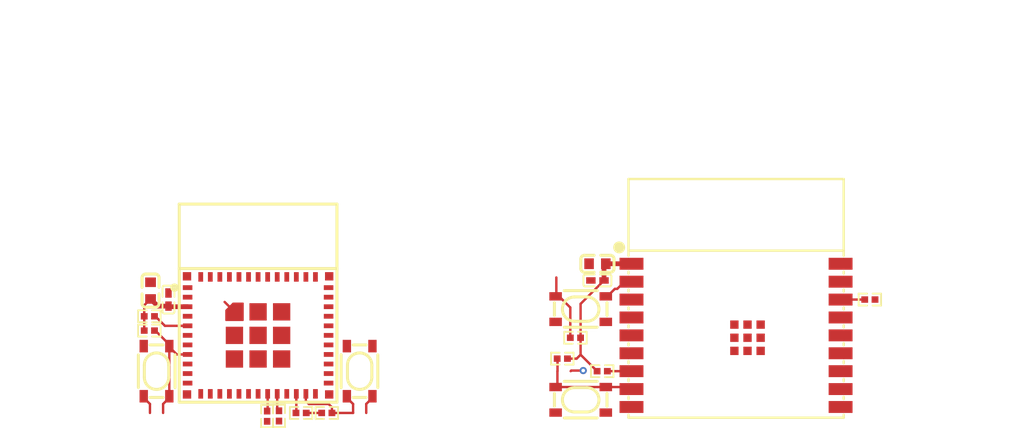
<source format=kicad_pcb>
(kicad_pcb (version 20241229) (generator "pcbnew") (generator_version "9.0")
  (layers (0 "F.Cu" signal) (2 "B.Cu" signal) (13 "F.Paste" user) (15 "B.Paste" user) (5 "F.SilkS" user "F.Silkscreen") (7 "B.SilkS" user "B.Silkscreen") (1 "F.Mask" user) (3 "B.Mask" user) (25 "Edge.Cuts" user))
  (net 0 "")
  (net 1 "wroom_module-usb_if-USB_D_P")
  (net 2 "wroom_module-uart[0]-RX")
  (net 3 "esp32_c3-net-9")
  (net 4 "esp32_c3-net-0")
  (net 5 "mini_module-gpio[9]-output")
  (net 6 "mini_module-uart[0]-TX")
  (net 7 "SCK")
  (net 8 "esp32_c3-net-13")
  (net 9 "wroom_module-jtag-N_TRST")
  (net 10 "SDA")
  (net 11 "SCL")
  (net 12 "esp32_c3-net-10")
  (net 13 "mini_module-usb_if-USB_D_N")
  (net 14 "mini_module-mspi[2]-data_3")
  (net 15 "MISO")
  (net 16 "wroom_module-mspi[2]-data_1")
  (net 17 "esp32_c3-net-6")
  (net 18 "esp32_c3-net-12")
  (net 19 "wroom_module-usb_if-USB_D_N")
  (net 20 "mini_module-uart[0]-RX")
  (net 21 "esp32_c3-net-2")
  (net 22 "esp32_c3-net-1")
  (net 23 "MOSI")
  (net 24 "wroom_module-mspi[2]-data_3")
  (net 25 "esp32_c3-net-3")
  (net 26 "wroom_module-gpio[9]-output")
  (net 27 "VCC")
  (net 28 "GND")
  (net 29 "esp32_c3-net-5")
  (net 30 "esp32_c3-net-8")
  (net 31 "mini_module-mspi[2]-data_1")
  (net 32 "esp32_c3-net-7")
  (net 33 "WS")
  (net 34 "esp32_c3-net-11")
  (net 35 "wroom_module-uart[0]-TX")
  (net 36 "esp32_c3-net-4")
  (net 37 "mini_module-usb_if-USB_D_P")
  (net 38 "mini_module-jtag-N_TRST")
  (net 39 "SD")
  (net 40 "SCLK")
  (footprint "UNI_ROYAL_0402WGF1002TCE:R0402" (layer "F.Cu") (at 81.2 -3 0)
    (property "Reference" "R7" (hide yes))
    (property "Value" "10kΩ ±1% 62.5mW" (hide yes))
    (fp_line (start -0.94 -0.5) (end -0.23 -0.5) (stroke (width 0.15)) (layer "F.SilkS"))
    (fp_line (start -0.94 0.5) (end -0.94 -0.5) (stroke (width 0.15)) (layer "F.SilkS"))
    (fp_line (start -0.23 0.5) (end -0.94 0.5) (stroke (width 0.15)) (layer "F.SilkS"))
    (fp_line (start 0.23 0.5) (end 0.94 0.5) (stroke (width 0.15)) (layer "F.SilkS"))
    (fp_line (start 0.94 -0.5) (end 0.23 -0.5) (stroke (width 0.15)) (layer "F.SilkS"))
    (fp_line (start 0.94 0.5) (end 0.94 -0.5) (stroke (width 0.15)) (layer "F.SilkS"))
    (pad "1" smd rect (at -0.43 0 0) (size 0.57 0.54) (layers "F.Cu" "F.Mask" "F.Paste") (net 16 "wroom_module-mspi[2]-data_1"))
    (pad "2" smd rect (at 0.43 0 0) (size 0.57 0.54) (layers "F.Cu" "F.Mask" "F.Paste") (net 27 "VCC"))
  )
  (footprint "ALPSALPINE_SKRPACE010:KEY-SMD_4P-L4.2-W3.2-P2.20-LS4.6" (layer "F.Cu") (at 57 5.4 180)
    (property "Reference" "SW3" (hide yes))
    (property "Value" "" (hide yes))
    (fp_line (start 2.2 -0.54) (end 2.2 0.54) (stroke (width 0.25)) (layer "F.SilkS"))
    (fp_line (start 1.37 -1.52) (end -1.37 -1.52) (stroke (width 0.25)) (layer "F.SilkS"))
    (fp_line (start -0.51 1.02) (end 0.51 1.02) (stroke (width 0.25)) (layer "F.SilkS"))
    (fp_line (start -0.51 -1.02) (end 0.51 -1.02) (stroke (width 0.25)) (layer "F.SilkS"))
    (fp_line (start -1.38 1.55) (end 1.38 1.55) (stroke (width 0.25)) (layer "F.SilkS"))
    (fp_line (start -2.2 -0.54) (end -2.2 0.54) (stroke (width 0.25)) (layer "F.SilkS"))
    (fp_arc (start 0.51 -1.02) (mid 1.53 0) (end 0.51 1.02) (stroke (width 0.25)) (layer "F.SilkS"))
    (fp_arc (start -0.51 1.02) (mid -1.53 0) (end -0.51 -1.02) (stroke (width 0.25)) (layer "F.SilkS"))
    (pad "1" smd rect (at -2.1 -1.07 180) (size 1.05 0.7) (layers "F.Cu" "F.Mask" "F.Paste") (net 28 "GND"))
    (pad "2" smd rect (at 2.1 -1.07 180) (size 1.05 0.7) (layers "F.Cu" "F.Mask" "F.Paste") (net 28 "GND"))
    (pad "3" smd rect (at -2.1 1.07 180) (size 1.05 0.7) (layers "F.Cu" "F.Mask" "F.Paste") (net 26 "wroom_module-gpio[9]-output"))
    (pad "4" smd rect (at 2.1 1.07 180) (size 1.05 0.7) (layers "F.Cu" "F.Mask" "F.Paste") (net 26 "wroom_module-gpio[9]-output"))
  )
  (footprint "Espressif_Systems_ESP32_C3_WROOM_02_H4:WIFIM-SMD_18P-L20.0-W18.0-P1.50" (layer "F.Cu") (at 70 0 0)
    (property "Reference" "U2" (hide yes))
    (property "Value" "" (hide yes))
    (fp_line (start -9 -13.1) (end -9 -6.66) (stroke (width 0.2)) (layer "F.SilkS"))
    (fp_line (start -9 -7.1) (end 9.01 -7.1) (stroke (width 0.2)) (layer "F.SilkS"))
    (fp_line (start -9 -5.35) (end -9 -5.16) (stroke (width 0.2)) (layer "F.SilkS"))
    (fp_line (start -9 -3.85) (end -9 -3.66) (stroke (width 0.2)) (layer "F.SilkS"))
    (fp_line (start -9 -2.35) (end -9 -2.16) (stroke (width 0.2)) (layer "F.SilkS"))
    (fp_line (start -9 -0.85) (end -9 -0.66) (stroke (width 0.2)) (layer "F.SilkS"))
    (fp_line (start -9 0.65) (end -9 0.84) (stroke (width 0.2)) (layer "F.SilkS"))
    (fp_line (start -9 2.15) (end -9 2.34) (stroke (width 0.2)) (layer "F.SilkS"))
    (fp_line (start -9 3.65) (end -9 3.84) (stroke (width 0.2)) (layer "F.SilkS"))
    (fp_line (start -9 5.15) (end -9 5.34) (stroke (width 0.2)) (layer "F.SilkS"))
    (fp_line (start -9 6.65) (end -9 6.9) (stroke (width 0.2)) (layer "F.SilkS"))
    (fp_line (start -9 6.9) (end 9.01 6.9) (stroke (width 0.2)) (layer "F.SilkS"))
    (fp_line (start 9.01 -13.1) (end -9 -13.1) (stroke (width 0.2)) (layer "F.SilkS"))
    (fp_line (start 9.01 -6.66) (end 9.01 -13.1) (stroke (width 0.2)) (layer "F.SilkS"))
    (fp_line (start 9.01 -5.16) (end 9.01 -5.35) (stroke (width 0.2)) (layer "F.SilkS"))
    (fp_line (start 9.01 -3.66) (end 9.01 -3.85) (stroke (width 0.2)) (layer "F.SilkS"))
    (fp_line (start 9.01 -2.16) (end 9.01 -2.35) (stroke (width 0.2)) (layer "F.SilkS"))
    (fp_line (start 9.01 -0.66) (end 9.01 -0.85) (stroke (width 0.2)) (layer "F.SilkS"))
    (fp_line (start 9.01 0.84) (end 9.01 0.65) (stroke (width 0.2)) (layer "F.SilkS"))
    (fp_line (start 9.01 2.34) (end 9.01 2.15) (stroke (width 0.2)) (layer "F.SilkS"))
    (fp_line (start 9.01 3.84) (end 9.01 3.65) (stroke (width 0.2)) (layer "F.SilkS"))
    (fp_line (start 9.01 5.34) (end 9.01 5.15) (stroke (width 0.2)) (layer "F.SilkS"))
    (fp_line (start 9.01 6.9) (end 9.01 6.65) (stroke (width 0.2)) (layer "F.SilkS"))
    (fp_circle (center -9.78 -7.37) (end -9.53 -7.37) (stroke (width 0.5)) (fill no) (layer "F.SilkS"))
    (pad "1" smd rect (at -8.75 -6 0) (size 2 1) (layers "F.Cu" "F.Mask" "F.Paste") (net 27 "VCC"))
    (pad "2" smd rect (at -8.75 -4.5 0) (size 2 1) (layers "F.Cu" "F.Mask" "F.Paste") (net 9 "wroom_module-jtag-N_TRST"))
    (pad "3" smd rect (at -8.75 -3 0) (size 2 1) (layers "F.Cu" "F.Mask" "F.Paste") (net 24 "wroom_module-mspi[2]-data_3"))
    (pad "4" smd rect (at -8.75 -1.5 0) (size 2 1) (layers "F.Cu" "F.Mask" "F.Paste") (net 10 "SDA"))
    (pad "5" smd rect (at -8.75 0 0) (size 2 1) (layers "F.Cu" "F.Mask" "F.Paste") (net 11 "SCL"))
    (pad "6" smd rect (at -8.75 1.5 0) (size 2 1) (layers "F.Cu" "F.Mask" "F.Paste") (net 23 "MOSI"))
    (pad "7" smd rect (at -8.75 3 0) (size 2 1) (layers "F.Cu" "F.Mask" "F.Paste") (net 15 "MISO"))
    (pad "8" smd rect (at -8.75 4.5 0) (size 2 1) (layers "F.Cu" "F.Mask" "F.Paste") (net 26 "wroom_module-gpio[9]-output"))
    (pad "9" smd rect (at -8.75 6 0) (size 2 1) (layers "F.Cu" "F.Mask" "F.Paste") (net 28 "GND"))
    (pad "10" smd rect (at 8.75 6 0) (size 2 1) (layers "F.Cu" "F.Mask" "F.Paste") (net 40 "SCLK"))
    (pad "11" smd rect (at 8.75 4.5 0) (size 2 1) (layers "F.Cu" "F.Mask" "F.Paste") (net 2 "wroom_module-uart[0]-RX"))
    (pad "12" smd rect (at 8.75 3 0) (size 2 1) (layers "F.Cu" "F.Mask" "F.Paste") (net 35 "wroom_module-uart[0]-TX"))
    (pad "13" smd rect (at 8.75 1.5 0) (size 2 1) (layers "F.Cu" "F.Mask" "F.Paste") (net 19 "wroom_module-usb_if-USB_D_N"))
    (pad "14" smd rect (at 8.75 0 0) (size 2 1) (layers "F.Cu" "F.Mask" "F.Paste") (net 1 "wroom_module-usb_if-USB_D_P"))
    (pad "15" smd rect (at 8.75 -1.5 0) (size 2 1) (layers "F.Cu" "F.Mask" "F.Paste") (net 33 "WS"))
    (pad "16" smd rect (at 8.75 -3 0) (size 2 1) (layers "F.Cu" "F.Mask" "F.Paste") (net 16 "wroom_module-mspi[2]-data_1"))
    (pad "17" smd rect (at 8.75 -4.5 0) (size 2 1) (layers "F.Cu" "F.Mask" "F.Paste") (net 39 "SD"))
    (pad "18" smd rect (at 8.75 -6 0) (size 2 1) (layers "F.Cu" "F.Mask" "F.Paste") (net 7 "SCK"))
    (pad "19" smd rect (at -0.14 -0.9 0) (size 0.7 0.7) (layers "F.Cu" "F.Mask" "F.Paste") (net 28 "GND"))
    (pad "19" smd rect (at -0.14 0.2 0) (size 0.7 0.7) (layers "F.Cu" "F.Mask" "F.Paste") (net 28 "GND"))
    (pad "19" smd rect (at -0.14 1.3 0) (size 0.7 0.7) (layers "F.Cu" "F.Mask" "F.Paste") (net 28 "GND"))
    (pad "19" smd rect (at 0.96 -0.9 0) (size 0.7 0.7) (layers "F.Cu" "F.Mask" "F.Paste") (net 28 "GND"))
    (pad "19" smd rect (at 0.96 0.2 0) (size 0.7 0.7) (layers "F.Cu" "F.Mask" "F.Paste") (net 28 "GND"))
    (pad "19" smd rect (at 0.96 1.3 0) (size 0.7 0.7) (layers "F.Cu" "F.Mask" "F.Paste") (net 28 "GND"))
    (pad "19" smd rect (at 2.06 -0.9 0) (size 0.7 0.7) (layers "F.Cu" "F.Mask" "F.Paste") (net 28 "GND"))
    (pad "19" smd rect (at 2.06 0.2 0) (size 0.7 0.7) (layers "F.Cu" "F.Mask" "F.Paste") (net 28 "GND"))
    (pad "19" smd rect (at 2.06 1.3 0) (size 0.7 0.7) (layers "F.Cu" "F.Mask" "F.Paste") (net 28 "GND"))
  )
  (footprint "Samsung_Electro_Mechanics_CL10A226MQ8NRNC:C0603" (layer "F.Cu") (at 58.4 -6 180)
    (property "Reference" "C6" (hide yes))
    (property "Value" "22µF ±20% 6.3V X5R" (hide yes))
    (fp_line (start 1.39 -0.4) (end 1.39 0.4) (stroke (width 0.25)) (layer "F.SilkS"))
    (fp_line (start 0.28 0.71) (end 1.08 0.71) (stroke (width 0.25)) (layer "F.SilkS"))
    (fp_line (start 0.28 -0.71) (end 1.08 -0.71) (stroke (width 0.25)) (layer "F.SilkS"))
    (fp_line (start -0.28 0.71) (end -1.08 0.71) (stroke (width 0.25)) (layer "F.SilkS"))
    (fp_line (start -0.28 -0.71) (end -1.08 -0.71) (stroke (width 0.25)) (layer "F.SilkS"))
    (fp_line (start -1.39 0.4) (end -1.39 -0.4) (stroke (width 0.25)) (layer "F.SilkS"))
    (fp_arc (start 1.39 0.4) (mid 1.299203 0.619203) (end 1.08 0.71) (stroke (width 0.25)) (layer "F.SilkS"))
    (fp_arc (start 1.08 -0.71) (mid 1.299203 -0.619203) (end 1.39 -0.4) (stroke (width 0.25)) (layer "F.SilkS"))
    (fp_arc (start -1.08 0.71) (mid -1.299203 0.619203) (end -1.39 0.4) (stroke (width 0.25)) (layer "F.SilkS"))
    (fp_arc (start -1.39 -0.4) (mid -1.299203 -0.619203) (end -1.08 -0.71) (stroke (width 0.25)) (layer "F.SilkS"))
    (pad "1" smd rect (at -0.7 0 180) (size 0.8 0.9) (layers "F.Cu" "F.Mask" "F.Paste") (net 27 "VCC"))
    (pad "2" smd rect (at 0.7 0 180) (size 0.8 0.9) (layers "F.Cu" "F.Mask" "F.Paste") (net 28 "GND"))
  )
  (footprint "UNI_ROYAL_0402WGF1002TCE:R0402" (layer "F.Cu") (at 33.6 6.5 0)
    (property "Reference" "R2" (hide yes))
    (property "Value" "10kΩ ±1% 62.5mW" (hide yes))
    (fp_line (start -0.94 -0.5) (end -0.23 -0.5) (stroke (width 0.15)) (layer "F.SilkS"))
    (fp_line (start -0.94 0.5) (end -0.94 -0.5) (stroke (width 0.15)) (layer "F.SilkS"))
    (fp_line (start -0.23 0.5) (end -0.94 0.5) (stroke (width 0.15)) (layer "F.SilkS"))
    (fp_line (start 0.23 0.5) (end 0.94 0.5) (stroke (width 0.15)) (layer "F.SilkS"))
    (fp_line (start 0.94 -0.5) (end 0.23 -0.5) (stroke (width 0.15)) (layer "F.SilkS"))
    (fp_line (start 0.94 0.5) (end 0.94 -0.5) (stroke (width 0.15)) (layer "F.SilkS"))
    (pad "1" smd rect (at -0.43 0 0) (size 0.57 0.54) (layers "F.Cu" "F.Mask" "F.Paste") (net 15 "MISO"))
    (pad "2" smd rect (at 0.43 0 0) (size 0.57 0.54) (layers "F.Cu" "F.Mask" "F.Paste") (net 27 "VCC"))
  )
  (footprint "Espressif_Systems_ESP32_C3_MINI_1_N4:WIFIM-SMD_ESP32-C3-MINI-1" (layer "F.Cu") (at 30 0 0)
    (property "Reference" "U1" (hide yes))
    (property "Value" "" (hide yes))
    (fp_line (start -6.6 -11) (end 6.6 -11) (stroke (width 0.25)) (layer "F.SilkS"))
    (fp_line (start -6.6 5.6) (end -6.6 -11) (stroke (width 0.25)) (layer "F.SilkS"))
    (fp_line (start -6.6 5.6) (end 6.6 5.6) (stroke (width 0.25)) (layer "F.SilkS"))
    (fp_line (start 6.6 -5.6) (end -6.6 -5.6) (stroke (width 0.25)) (layer "F.SilkS"))
    (fp_line (start 6.6 5.6) (end 6.6 -11) (stroke (width 0.25)) (layer "F.SilkS"))
    (fp_circle (center -7 -4) (end -6.9 -4) (stroke (width 0.25)) (fill no) (layer "F.SilkS"))
    (pad "1" smd rect (at -5.9 -4 90) (size 0.4 0.8) (layers "F.Cu" "F.Mask" "F.Paste") (net 28 "GND"))
    (pad "2" smd rect (at -5.9 -3.2 90) (size 0.4 0.8) (layers "F.Cu" "F.Mask" "F.Paste") (net 28 "GND"))
    (pad "3" smd rect (at -5.9 -2.4 90) (size 0.4 0.8) (layers "F.Cu" "F.Mask" "F.Paste") (net 27 "VCC"))
    (pad "4" smd rect (at -5.9 -1.6 90) (size 0.4 0.8) (layers "F.Cu" "F.Mask" "F.Paste") (net 3 "esp32_c3-net-9"))
    (pad "5" smd rect (at -5.9 -0.8 90) (size 0.4 0.8) (layers "F.Cu" "F.Mask" "F.Paste") (net 31 "mini_module-mspi[2]-data_1"))
    (pad "6" smd rect (at -5.9 0 90) (size 0.4 0.8) (layers "F.Cu" "F.Mask" "F.Paste") (net 33 "WS"))
    (pad "7" smd rect (at -5.9 0.8 90) (size 0.4 0.8) (layers "F.Cu" "F.Mask" "F.Paste") (net 12 "esp32_c3-net-10"))
    (pad "8" smd rect (at -5.9 1.6 90) (size 0.4 0.8) (layers "F.Cu" "F.Mask" "F.Paste") (net 38 "mini_module-jtag-N_TRST"))
    (pad "9" smd rect (at -5.9 2.4 90) (size 0.4 0.8) (layers "F.Cu" "F.Mask" "F.Paste") (net 34 "esp32_c3-net-11"))
    (pad "10" smd rect (at -5.9 3.2 90) (size 0.4 0.8) (layers "F.Cu" "F.Mask" "F.Paste") (net 21 "esp32_c3-net-2"))
    (pad "11" smd rect (at -5.9 4 90) (size 0.4 0.8) (layers "F.Cu" "F.Mask" "F.Paste") (net 28 "GND"))
    (pad "12" smd rect (at -4.8 4.9 180) (size 0.4 0.8) (layers "F.Cu" "F.Mask" "F.Paste") (net 7 "SCK"))
    (pad "13" smd rect (at -4 4.9 180) (size 0.4 0.8) (layers "F.Cu" "F.Mask" "F.Paste") (net 39 "SD"))
    (pad "14" smd rect (at -3.2 4.9 180) (size 0.4 0.8) (layers "F.Cu" "F.Mask" "F.Paste") (net 28 "GND"))
    (pad "15" smd rect (at -2.4 4.9 180) (size 0.4 0.8) (layers "F.Cu" "F.Mask" "F.Paste") (net 18 "esp32_c3-net-12"))
    (pad "16" smd rect (at -1.6 4.9 180) (size 0.4 0.8) (layers "F.Cu" "F.Mask" "F.Paste") (net 40 "SCLK"))
    (pad "17" smd rect (at -0.8 4.9 180) (size 0.4 0.8) (layers "F.Cu" "F.Mask" "F.Paste") (net 8 "esp32_c3-net-13"))
    (pad "18" smd rect (at 0 4.9 180) (size 0.4 0.8) (layers "F.Cu" "F.Mask" "F.Paste") (net 14 "mini_module-mspi[2]-data_3"))
    (pad "19" smd rect (at 0.8 4.9 180) (size 0.4 0.8) (layers "F.Cu" "F.Mask" "F.Paste") (net 10 "SDA"))
    (pad "20" smd rect (at 1.6 4.9 180) (size 0.4 0.8) (layers "F.Cu" "F.Mask" "F.Paste") (net 11 "SCL"))
    (pad "21" smd rect (at 2.4 4.9 180) (size 0.4 0.8) (layers "F.Cu" "F.Mask" "F.Paste") (net 23 "MOSI"))
    (pad "22" smd rect (at 3.2 4.9 180) (size 0.4 0.8) (layers "F.Cu" "F.Mask" "F.Paste") (net 15 "MISO"))
    (pad "23" smd rect (at 4 4.9 180) (size 0.4 0.8) (layers "F.Cu" "F.Mask" "F.Paste") (net 5 "mini_module-gpio[9]-output"))
    (pad "24" smd rect (at 4.8 4.9 180) (size 0.4 0.8) (layers "F.Cu" "F.Mask" "F.Paste") (net 4 "esp32_c3-net-0"))
    (pad "25" smd rect (at 5.9 4 270) (size 0.4 0.8) (layers "F.Cu" "F.Mask" "F.Paste") (net 22 "esp32_c3-net-1"))
    (pad "26" smd rect (at 5.9 3.2 270) (size 0.4 0.8) (layers "F.Cu" "F.Mask" "F.Paste") (net 13 "mini_module-usb_if-USB_D_N"))
    (pad "27" smd rect (at 5.9 2.4 270) (size 0.4 0.8) (layers "F.Cu" "F.Mask" "F.Paste") (net 37 "mini_module-usb_if-USB_D_P"))
    (pad "28" smd rect (at 5.9 1.6 270) (size 0.4 0.8) (layers "F.Cu" "F.Mask" "F.Paste") (net 25 "esp32_c3-net-3"))
    (pad "29" smd rect (at 5.9 0.8 270) (size 0.4 0.8) (layers "F.Cu" "F.Mask" "F.Paste") (net 36 "esp32_c3-net-4"))
    (pad "30" smd rect (at 5.9 0 270) (size 0.4 0.8) (layers "F.Cu" "F.Mask" "F.Paste") (net 20 "mini_module-uart[0]-RX"))
    (pad "31" smd rect (at 5.9 -0.8 270) (size 0.4 0.8) (layers "F.Cu" "F.Mask" "F.Paste") (net 6 "mini_module-uart[0]-TX"))
    (pad "32" smd rect (at 5.9 -1.6 270) (size 0.4 0.8) (layers "F.Cu" "F.Mask" "F.Paste") (net 29 "esp32_c3-net-5"))
    (pad "33" smd rect (at 5.9 -2.4 270) (size 0.4 0.8) (layers "F.Cu" "F.Mask" "F.Paste") (net 17 "esp32_c3-net-6"))
    (pad "34" smd rect (at 5.9 -3.2 270) (size 0.4 0.8) (layers "F.Cu" "F.Mask" "F.Paste") (net 32 "esp32_c3-net-7"))
    (pad "35" smd rect (at 5.9 -4 270) (size 0.4 0.8) (layers "F.Cu" "F.Mask" "F.Paste") (net 30 "esp32_c3-net-8"))
    (pad "36" smd rect (at 4.8 -4.9 0) (size 0.4 0.8) (layers "F.Cu" "F.Mask" "F.Paste") (net 28 "GND"))
    (pad "37" smd rect (at 4 -4.9 0) (size 0.4 0.8) (layers "F.Cu" "F.Mask" "F.Paste") (net 28 "GND"))
    (pad "38" smd rect (at 3.2 -4.9 0) (size 0.4 0.8) (layers "F.Cu" "F.Mask" "F.Paste") (net 28 "GND"))
    (pad "39" smd rect (at 2.4 -4.9 0) (size 0.4 0.8) (layers "F.Cu" "F.Mask" "F.Paste") (net 28 "GND"))
    (pad "40" smd rect (at 1.6 -4.9 0) (size 0.4 0.8) (layers "F.Cu" "F.Mask" "F.Paste") (net 28 "GND"))
    (pad "41" smd rect (at 0.8 -4.9 0) (size 0.4 0.8) (layers "F.Cu" "F.Mask" "F.Paste") (net 28 "GND"))
    (pad "42" smd rect (at 0 -4.9 0) (size 0.4 0.8) (layers "F.Cu" "F.Mask" "F.Paste") (net 28 "GND"))
    (pad "43" smd rect (at -0.8 -4.9 0) (size 0.4 0.8) (layers "F.Cu" "F.Mask" "F.Paste") (net 28 "GND"))
    (pad "44" smd rect (at -1.6 -4.9 0) (size 0.4 0.8) (layers "F.Cu" "F.Mask" "F.Paste") (net 28 "GND"))
    (pad "45" smd rect (at -2.4 -4.9 0) (size 0.4 0.8) (layers "F.Cu" "F.Mask" "F.Paste") (net 28 "GND"))
    (pad "46" smd rect (at -3.2 -4.9 0) (size 0.4 0.8) (layers "F.Cu" "F.Mask" "F.Paste") (net 28 "GND"))
    (pad "47" smd rect (at -4 -4.9 0) (size 0.4 0.8) (layers "F.Cu" "F.Mask" "F.Paste") (net 28 "GND"))
    (pad "48" smd rect (at -4.8 -4.9 0) (size 0.4 0.8) (layers "F.Cu" "F.Mask" "F.Paste") (net 28 "GND"))
    (pad "49" smd custom (at -1.98 -1.98 0) (size 0.01 0.01) (layers "F.Cu" "F.Mask" "F.Paste") (net 28 "GND") (options (clearance outline) (anchor circle)) (primitives (gr_poly (pts (xy -0.72 -0.12) (xy -0.12 -0.72) (xy 0.73 -0.72) (xy 0.73 0.73) (xy -0.72 0.73)) (width 0.1) (fill yes))))
    (pad "49" smd rect (at -1.98 0 0) (size 1.45 1.45) (layers "F.Cu" "F.Mask" "F.Paste") (net 28 "GND"))
    (pad "49" smd rect (at -1.98 1.98 0) (size 1.45 1.45) (layers "F.Cu" "F.Mask" "F.Paste") (net 28 "GND"))
    (pad "49" smd rect (at 0 -1.97 0) (size 1.45 1.45) (layers "F.Cu" "F.Mask" "F.Paste") (net 28 "GND"))
    (pad "49" smd rect (at 0 0 0) (size 1.45 1.45) (layers "F.Cu" "F.Mask" "F.Paste") (net 28 "GND"))
    (pad "49" smd rect (at 0 1.98 0) (size 1.45 1.45) (layers "F.Cu" "F.Mask" "F.Paste") (net 28 "GND"))
    (pad "49" smd rect (at 1.97 -1.97 0) (size 1.45 1.45) (layers "F.Cu" "F.Mask" "F.Paste") (net 28 "GND"))
    (pad "49" smd rect (at 1.97 0 0) (size 1.45 1.45) (layers "F.Cu" "F.Mask" "F.Paste") (net 28 "GND"))
    (pad "49" smd rect (at 1.97 1.98 0) (size 1.45 1.45) (layers "F.Cu" "F.Mask" "F.Paste") (net 28 "GND"))
    (pad "50" smd rect (at 5.95 -4.95 0) (size 0.7 0.7) (layers "F.Cu" "F.Mask" "F.Paste") (net 28 "GND"))
    (pad "51" smd rect (at 5.95 4.95 0) (size 0.7 0.7) (layers "F.Cu" "F.Mask" "F.Paste") (net 28 "GND"))
    (pad "52" smd rect (at -5.95 4.95 0) (size 0.7 0.7) (layers "F.Cu" "F.Mask" "F.Paste") (net 28 "GND"))
    (pad "53" smd rect (at -5.95 -4.95 0) (size 0.7 0.7) (layers "F.Cu" "F.Mask" "F.Paste") (net 28 "GND"))
  )
  (footprint "Samsung_Electro_Mechanics_CL10A226MQ8NRNC:C0603" (layer "F.Cu") (at 21 -3.75 90)
    (property "Reference" "C2" (hide yes))
    (property "Value" "22µF ±20% 6.3V X5R" (hide yes))
    (fp_line (start 0.28 -0.71) (end 1.08 -0.71) (stroke (width 0.25)) (layer "F.SilkS"))
    (fp_line (start -0.28 -0.71) (end -1.08 -0.71) (stroke (width 0.25)) (layer "F.SilkS"))
    (fp_line (start 1.39 -0.4) (end 1.39 0.4) (stroke (width 0.25)) (layer "F.SilkS"))
    (fp_line (start -1.39 0.4) (end -1.39 -0.4) (stroke (width 0.25)) (layer "F.SilkS"))
    (fp_line (start 0.28 0.71) (end 1.08 0.71) (stroke (width 0.25)) (layer "F.SilkS"))
    (fp_line (start -0.28 0.71) (end -1.08 0.71) (stroke (width 0.25)) (layer "F.SilkS"))
    (fp_arc (start 1.08 -0.71) (mid 1.299203 -0.619203) (end 1.39 -0.4) (stroke (width 0.25)) (layer "F.SilkS"))
    (fp_arc (start -1.39 -0.4) (mid -1.299203 -0.619203) (end -1.08 -0.71) (stroke (width 0.25)) (layer "F.SilkS"))
    (fp_arc (start 1.39 0.4) (mid 1.299203 0.619203) (end 1.08 0.71) (stroke (width 0.25)) (layer "F.SilkS"))
    (fp_arc (start -1.08 0.71) (mid -1.299203 0.619203) (end -1.39 0.4) (stroke (width 0.25)) (layer "F.SilkS"))
    (pad "1" smd rect (at -0.7 0 90) (size 0.8 0.9) (layers "F.Cu" "F.Mask" "F.Paste") (net 27 "VCC"))
    (pad "2" smd rect (at 0.7 0 90) (size 0.8 0.9) (layers "F.Cu" "F.Mask" "F.Paste") (net 28 "GND"))
  )
  (footprint "UNI_ROYAL_0402WGF5101TCE:R0402" (layer "F.Cu") (at 55.46 1.95 180)
    (property "Reference" "R9" (hide yes))
    (property "Value" "5.1kΩ ±1% 62.5mW" (hide yes))
    (fp_line (start 0.94 0.5) (end 0.94 -0.5) (stroke (width 0.15)) (layer "F.SilkS"))
    (fp_line (start 0.94 -0.5) (end 0.23 -0.5) (stroke (width 0.15)) (layer "F.SilkS"))
    (fp_line (start 0.23 0.5) (end 0.94 0.5) (stroke (width 0.15)) (layer "F.SilkS"))
    (fp_line (start -0.23 0.5) (end -0.94 0.5) (stroke (width 0.15)) (layer "F.SilkS"))
    (fp_line (start -0.94 0.5) (end -0.94 -0.5) (stroke (width 0.15)) (layer "F.SilkS"))
    (fp_line (start -0.94 -0.5) (end -0.23 -0.5) (stroke (width 0.15)) (layer "F.SilkS"))
    (pad "1" smd rect (at -0.43 0 180) (size 0.57 0.54) (layers "F.Cu" "F.Mask" "F.Paste") (net 27 "VCC"))
    (pad "2" smd rect (at 0.43 0 180) (size 0.57 0.54) (layers "F.Cu" "F.Mask" "F.Paste") (net 26 "wroom_module-gpio[9]-output"))
  )
  (footprint "ALPSALPINE_SKRPACE010:KEY-SMD_4P-L4.2-W3.2-P2.20-LS4.6" (layer "F.Cu") (at 57 -2.2 180)
    (property "Reference" "SW4" (hide yes))
    (property "Value" "" (hide yes))
    (fp_line (start 2.2 -0.54) (end 2.2 0.54) (stroke (width 0.25)) (layer "F.SilkS"))
    (fp_line (start 1.37 -1.52) (end -1.37 -1.52) (stroke (width 0.25)) (layer "F.SilkS"))
    (fp_line (start -0.51 1.02) (end 0.51 1.02) (stroke (width 0.25)) (layer "F.SilkS"))
    (fp_line (start -0.51 -1.02) (end 0.51 -1.02) (stroke (width 0.25)) (layer "F.SilkS"))
    (fp_line (start -1.38 1.55) (end 1.38 1.55) (stroke (width 0.25)) (layer "F.SilkS"))
    (fp_line (start -2.2 -0.54) (end -2.2 0.54) (stroke (width 0.25)) (layer "F.SilkS"))
    (fp_arc (start 0.51 -1.02) (mid 1.53 0) (end 0.51 1.02) (stroke (width 0.25)) (layer "F.SilkS"))
    (fp_arc (start -0.51 1.02) (mid -1.53 0) (end -0.51 -1.02) (stroke (width 0.25)) (layer "F.SilkS"))
    (pad "1" smd rect (at -2.1 -1.07 180) (size 1.05 0.7) (layers "F.Cu" "F.Mask" "F.Paste") (net 28 "GND"))
    (pad "2" smd rect (at 2.1 -1.07 180) (size 1.05 0.7) (layers "F.Cu" "F.Mask" "F.Paste") (net 28 "GND"))
    (pad "3" smd rect (at -2.1 1.07 180) (size 1.05 0.7) (layers "F.Cu" "F.Mask" "F.Paste") (net 9 "wroom_module-jtag-N_TRST"))
    (pad "4" smd rect (at 2.1 1.07 180) (size 1.05 0.7) (layers "F.Cu" "F.Mask" "F.Paste") (net 9 "wroom_module-jtag-N_TRST"))
  )
  (footprint "UNI_ROYAL_0402WGF1002TCE:R0402" (layer "F.Cu") (at 31.75 6.75 90)
    (property "Reference" "R6" (hide yes))
    (property "Value" "10kΩ ±1% 62.5mW" (hide yes))
    (fp_line (start 0.94 -0.5) (end 0.23 -0.5) (stroke (width 0.15)) (layer "F.SilkS"))
    (fp_line (start -0.94 -0.5) (end -0.23 -0.5) (stroke (width 0.15)) (layer "F.SilkS"))
    (fp_line (start 0.94 0.5) (end 0.94 -0.5) (stroke (width 0.15)) (layer "F.SilkS"))
    (fp_line (start 0.23 0.5) (end 0.94 0.5) (stroke (width 0.15)) (layer "F.SilkS"))
    (fp_line (start -0.23 0.5) (end -0.94 0.5) (stroke (width 0.15)) (layer "F.SilkS"))
    (fp_line (start -0.94 0.5) (end -0.94 -0.5) (stroke (width 0.15)) (layer "F.SilkS"))
    (pad "1" smd rect (at -0.43 0 90) (size 0.57 0.54) (layers "F.Cu" "F.Mask" "F.Paste") (net 27 "VCC"))
    (pad "2" smd rect (at 0.43 0 90) (size 0.57 0.54) (layers "F.Cu" "F.Mask" "F.Paste") (net 11 "SCL"))
  )
  (footprint "Samsung_Electro_Mechanics_CL05B104KO5NNNC:C0402" (layer "F.Cu") (at 58.4 -4.6 180)
    (property "Reference" "C7" (hide yes))
    (property "Value" "100nF ±10% 16V X7R" (hide yes))
    (fp_line (start 1.17 0.35) (end 1.17 -0.35) (stroke (width 0.15)) (layer "F.SilkS"))
    (fp_line (start 1.02 -0.5) (end 0.23 -0.5) (stroke (width 0.15)) (layer "F.SilkS"))
    (fp_line (start 0.23 0.5) (end 1.02 0.5) (stroke (width 0.15)) (layer "F.SilkS"))
    (fp_line (start -0.23 0.5) (end -1.02 0.5) (stroke (width 0.15)) (layer "F.SilkS"))
    (fp_line (start -1.02 -0.5) (end -0.23 -0.5) (stroke (width 0.15)) (layer "F.SilkS"))
    (fp_line (start -1.17 0.35) (end -1.17 -0.35) (stroke (width 0.15)) (layer "F.SilkS"))
    (fp_arc (start 1.17 0.35) (mid 1.126066 0.456066) (end 1.02 0.5) (stroke (width 0.15)) (layer "F.SilkS"))
    (fp_arc (start 1.02 -0.5) (mid 1.126066 -0.456066) (end 1.17 -0.35) (stroke (width 0.15)) (layer "F.SilkS"))
    (fp_arc (start -1.02 0.5) (mid -1.126066 0.456066) (end -1.17 0.35) (stroke (width 0.15)) (layer "F.SilkS"))
    (fp_arc (start -1.17 -0.35) (mid -1.126066 -0.456066) (end -1.02 -0.5) (stroke (width 0.15)) (layer "F.SilkS"))
    (pad "1" smd rect (at -0.55 0 180) (size 0.79 0.54) (layers "F.Cu" "F.Mask" "F.Paste") (net 27 "VCC"))
    (pad "2" smd rect (at 0.55 0 180) (size 0.79 0.54) (layers "F.Cu" "F.Mask" "F.Paste") (net 28 "GND"))
  )
  (footprint "UNI_ROYAL_0402WGF1002TCE:R0402" (layer "F.Cu") (at 58.8 3 180)
    (property "Reference" "R8" (hide yes))
    (property "Value" "10kΩ ±1% 62.5mW" (hide yes))
    (fp_line (start 0.94 0.5) (end 0.94 -0.5) (stroke (width 0.15)) (layer "F.SilkS"))
    (fp_line (start 0.94 -0.5) (end 0.23 -0.5) (stroke (width 0.15)) (layer "F.SilkS"))
    (fp_line (start 0.23 0.5) (end 0.94 0.5) (stroke (width 0.15)) (layer "F.SilkS"))
    (fp_line (start -0.23 0.5) (end -0.94 0.5) (stroke (width 0.15)) (layer "F.SilkS"))
    (fp_line (start -0.94 0.5) (end -0.94 -0.5) (stroke (width 0.15)) (layer "F.SilkS"))
    (fp_line (start -0.94 -0.5) (end -0.23 -0.5) (stroke (width 0.15)) (layer "F.SilkS"))
    (pad "1" smd rect (at -0.43 0 180) (size 0.57 0.54) (layers "F.Cu" "F.Mask" "F.Paste") (net 15 "MISO"))
    (pad "2" smd rect (at 0.43 0 180) (size 0.57 0.54) (layers "F.Cu" "F.Mask" "F.Paste") (net 27 "VCC"))
  )
  (footprint "Samsung_Electro_Mechanics_CL05B104KO5NNNC:C0402" (layer "F.Cu") (at 22.5 -3 90)
    (property "Reference" "C3" (hide yes))
    (property "Value" "100nF ±10% 16V X7R" (hide yes))
    (fp_line (start 1.02 -0.5) (end 0.23 -0.5) (stroke (width 0.15)) (layer "F.SilkS"))
    (fp_line (start -1.02 -0.5) (end -0.23 -0.5) (stroke (width 0.15)) (layer "F.SilkS"))
    (fp_line (start 1.17 0.35) (end 1.17 -0.35) (stroke (width 0.15)) (layer "F.SilkS"))
    (fp_line (start -1.17 0.35) (end -1.17 -0.35) (stroke (width 0.15)) (layer "F.SilkS"))
    (fp_line (start 0.23 0.5) (end 1.02 0.5) (stroke (width 0.15)) (layer "F.SilkS"))
    (fp_line (start -0.23 0.5) (end -1.02 0.5) (stroke (width 0.15)) (layer "F.SilkS"))
    (fp_arc (start 1.02 -0.5) (mid 1.126066 -0.456066) (end 1.17 -0.35) (stroke (width 0.15)) (layer "F.SilkS"))
    (fp_arc (start -1.17 -0.35) (mid -1.126066 -0.456066) (end -1.02 -0.5) (stroke (width 0.15)) (layer "F.SilkS"))
    (fp_arc (start 1.17 0.35) (mid 1.126066 0.456066) (end 1.02 0.5) (stroke (width 0.15)) (layer "F.SilkS"))
    (fp_arc (start -1.02 0.5) (mid -1.126066 0.456066) (end -1.17 0.35) (stroke (width 0.15)) (layer "F.SilkS"))
    (pad "1" smd rect (at -0.55 0 90) (size 0.79 0.54) (layers "F.Cu" "F.Mask" "F.Paste") (net 27 "VCC"))
    (pad "2" smd rect (at 0.55 0 90) (size 0.79 0.54) (layers "F.Cu" "F.Mask" "F.Paste") (net 28 "GND"))
  )
  (footprint "UNI_ROYAL_0402WGF1002TCE:R0402" (layer "F.Cu") (at 30.755672 6.772122 90)
    (property "Reference" "R5" (hide yes))
    (property "Value" "10kΩ ±1% 62.5mW" (hide yes))
    (fp_line (start 0.94 -0.5) (end 0.23 -0.5) (stroke (width 0.15)) (layer "F.SilkS"))
    (fp_line (start -0.94 -0.5) (end -0.23 -0.5) (stroke (width 0.15)) (layer "F.SilkS"))
    (fp_line (start 0.94 0.5) (end 0.94 -0.5) (stroke (width 0.15)) (layer "F.SilkS"))
    (fp_line (start 0.23 0.5) (end 0.94 0.5) (stroke (width 0.15)) (layer "F.SilkS"))
    (fp_line (start -0.23 0.5) (end -0.94 0.5) (stroke (width 0.15)) (layer "F.SilkS"))
    (fp_line (start -0.94 0.5) (end -0.94 -0.5) (stroke (width 0.15)) (layer "F.SilkS"))
    (pad "1" smd rect (at -0.43 0 90) (size 0.57 0.54) (layers "F.Cu" "F.Mask" "F.Paste") (net 27 "VCC"))
    (pad "2" smd rect (at 0.43 0 90) (size 0.57 0.54) (layers "F.Cu" "F.Mask" "F.Paste") (net 10 "SDA"))
  )
  (footprint "ALPSALPINE_SKRPACE010:KEY-SMD_4P-L4.2-W3.2-P2.20-LS4.6" (layer "F.Cu") (at 38.5 3 -90)
    (property "Reference" "SW1" (hide yes))
    (property "Value" "" (hide yes))
    (fp_line (start -1.38 1.55) (end 1.38 1.55) (stroke (width 0.25)) (layer "F.SilkS"))
    (fp_line (start -0.51 1.02) (end 0.51 1.02) (stroke (width 0.25)) (layer "F.SilkS"))
    (fp_line (start -2.2 -0.54) (end -2.2 0.54) (stroke (width 0.25)) (layer "F.SilkS"))
    (fp_line (start 2.2 -0.54) (end 2.2 0.54) (stroke (width 0.25)) (layer "F.SilkS"))
    (fp_line (start -0.51 -1.02) (end 0.51 -1.02) (stroke (width 0.25)) (layer "F.SilkS"))
    (fp_line (start 1.37 -1.52) (end -1.37 -1.52) (stroke (width 0.25)) (layer "F.SilkS"))
    (fp_arc (start -0.51 1.02) (mid -1.53 0) (end -0.51 -1.02) (stroke (width 0.25)) (layer "F.SilkS"))
    (fp_arc (start 0.51 -1.02) (mid 1.53 0) (end 0.51 1.02) (stroke (width 0.25)) (layer "F.SilkS"))
    (pad "1" smd rect (at -2.1 -1.07 270) (size 1.05 0.7) (layers "F.Cu" "F.Mask" "F.Paste") (net 28 "GND"))
    (pad "2" smd rect (at 2.1 -1.07 270) (size 1.05 0.7) (layers "F.Cu" "F.Mask" "F.Paste") (net 28 "GND"))
    (pad "3" smd rect (at -2.1 1.07 270) (size 1.05 0.7) (layers "F.Cu" "F.Mask" "F.Paste") (net 5 "mini_module-gpio[9]-output"))
    (pad "4" smd rect (at 2.1 1.07 270) (size 1.05 0.7) (layers "F.Cu" "F.Mask" "F.Paste") (net 5 "mini_module-gpio[9]-output"))
  )
  (footprint "UNI_ROYAL_0402WGF1002TCE:R0402" (layer "F.Cu") (at 20.9 -0.4 0)
    (property "Reference" "R4" (hide yes))
    (property "Value" "10kΩ ±1% 62.5mW" (hide yes))
    (fp_line (start -0.94 -0.5) (end -0.23 -0.5) (stroke (width 0.15)) (layer "F.SilkS"))
    (fp_line (start -0.94 0.5) (end -0.94 -0.5) (stroke (width 0.15)) (layer "F.SilkS"))
    (fp_line (start -0.23 0.5) (end -0.94 0.5) (stroke (width 0.15)) (layer "F.SilkS"))
    (fp_line (start 0.23 0.5) (end 0.94 0.5) (stroke (width 0.15)) (layer "F.SilkS"))
    (fp_line (start 0.94 -0.5) (end 0.23 -0.5) (stroke (width 0.15)) (layer "F.SilkS"))
    (fp_line (start 0.94 0.5) (end 0.94 -0.5) (stroke (width 0.15)) (layer "F.SilkS"))
    (pad "1" smd rect (at -0.43 0 0) (size 0.57 0.54) (layers "F.Cu" "F.Mask" "F.Paste") (net 27 "VCC"))
    (pad "2" smd rect (at 0.43 0 0) (size 0.57 0.54) (layers "F.Cu" "F.Mask" "F.Paste") (net 38 "mini_module-jtag-N_TRST"))
  )
  (footprint "UNI_ROYAL_0402WGF5101TCE:R0402" (layer "F.Cu") (at 35.75 6.5 0)
    (property "Reference" "R3" (hide yes))
    (property "Value" "5.1kΩ ±1% 62.5mW" (hide yes))
    (fp_line (start -0.94 -0.5) (end -0.23 -0.5) (stroke (width 0.15)) (layer "F.SilkS"))
    (fp_line (start -0.94 0.5) (end -0.94 -0.5) (stroke (width 0.15)) (layer "F.SilkS"))
    (fp_line (start -0.23 0.5) (end -0.94 0.5) (stroke (width 0.15)) (layer "F.SilkS"))
    (fp_line (start 0.23 0.5) (end 0.94 0.5) (stroke (width 0.15)) (layer "F.SilkS"))
    (fp_line (start 0.94 -0.5) (end 0.23 -0.5) (stroke (width 0.15)) (layer "F.SilkS"))
    (fp_line (start 0.94 0.5) (end 0.94 -0.5) (stroke (width 0.15)) (layer "F.SilkS"))
    (pad "1" smd rect (at -0.43 0 0) (size 0.57 0.54) (layers "F.Cu" "F.Mask" "F.Paste") (net 27 "VCC"))
    (pad "2" smd rect (at 0.43 0 0) (size 0.57 0.54) (layers "F.Cu" "F.Mask" "F.Paste") (net 5 "mini_module-gpio[9]-output"))
  )
  (footprint "UNI_ROYAL_0402WGF1002TCE:R0402" (layer "F.Cu") (at 20.9 -1.6 180)
    (property "Reference" "R1" (hide yes))
    (property "Value" "10kΩ ±1% 62.5mW" (hide yes))
    (fp_line (start 0.94 0.5) (end 0.94 -0.5) (stroke (width 0.15)) (layer "F.SilkS"))
    (fp_line (start 0.94 -0.5) (end 0.23 -0.5) (stroke (width 0.15)) (layer "F.SilkS"))
    (fp_line (start 0.23 0.5) (end 0.94 0.5) (stroke (width 0.15)) (layer "F.SilkS"))
    (fp_line (start -0.23 0.5) (end -0.94 0.5) (stroke (width 0.15)) (layer "F.SilkS"))
    (fp_line (start -0.94 0.5) (end -0.94 -0.5) (stroke (width 0.15)) (layer "F.SilkS"))
    (fp_line (start -0.94 -0.5) (end -0.23 -0.5) (stroke (width 0.15)) (layer "F.SilkS"))
    (pad "1" smd rect (at -0.43 0 180) (size 0.57 0.54) (layers "F.Cu" "F.Mask" "F.Paste") (net 31 "mini_module-mspi[2]-data_1"))
    (pad "2" smd rect (at 0.43 0 180) (size 0.57 0.54) (layers "F.Cu" "F.Mask" "F.Paste") (net 27 "VCC"))
  )
  (footprint "ALPSALPINE_SKRPACE010:KEY-SMD_4P-L4.2-W3.2-P2.20-LS4.6" (layer "F.Cu") (at 21.5 3 90)
    (property "Reference" "SW2" (hide yes))
    (property "Value" "" (hide yes))
    (fp_line (start 1.37 -1.52) (end -1.37 -1.52) (stroke (width 0.25)) (layer "F.SilkS"))
    (fp_line (start -0.51 -1.02) (end 0.51 -1.02) (stroke (width 0.25)) (layer "F.SilkS"))
    (fp_line (start 2.2 -0.54) (end 2.2 0.54) (stroke (width 0.25)) (layer "F.SilkS"))
    (fp_line (start -2.2 -0.54) (end -2.2 0.54) (stroke (width 0.25)) (layer "F.SilkS"))
    (fp_line (start -0.51 1.02) (end 0.51 1.02) (stroke (width 0.25)) (layer "F.SilkS"))
    (fp_line (start -1.38 1.55) (end 1.38 1.55) (stroke (width 0.25)) (layer "F.SilkS"))
    (fp_arc (start 0.51 -1.02) (mid 1.53 0) (end 0.51 1.02) (stroke (width 0.25)) (layer "F.SilkS"))
    (fp_arc (start -0.51 1.02) (mid -1.53 0) (end -0.51 -1.02) (stroke (width 0.25)) (layer "F.SilkS"))
    (pad "1" smd rect (at -2.1 -1.07 90) (size 1.05 0.7) (layers "F.Cu" "F.Mask" "F.Paste") (net 28 "GND"))
    (pad "2" smd rect (at 2.1 -1.07 90) (size 1.05 0.7) (layers "F.Cu" "F.Mask" "F.Paste") (net 28 "GND"))
    (pad "3" smd rect (at -2.1 1.07 90) (size 1.05 0.7) (layers "F.Cu" "F.Mask" "F.Paste") (net 38 "mini_module-jtag-N_TRST"))
    (pad "4" smd rect (at 2.1 1.07 90) (size 1.05 0.7) (layers "F.Cu" "F.Mask" "F.Paste") (net 38 "mini_module-jtag-N_TRST"))
  )
  (footprint "UNI_ROYAL_0402WGF1002TCE:R0402" (layer "F.Cu") (at 56.56 0.2 180)
    (property "Reference" "R10" (hide yes))
    (property "Value" "10kΩ ±1% 62.5mW" (hide yes))
    (fp_line (start 0.94 0.5) (end 0.94 -0.5) (stroke (width 0.15)) (layer "F.SilkS"))
    (fp_line (start 0.94 -0.5) (end 0.23 -0.5) (stroke (width 0.15)) (layer "F.SilkS"))
    (fp_line (start 0.23 0.5) (end 0.94 0.5) (stroke (width 0.15)) (layer "F.SilkS"))
    (fp_line (start -0.23 0.5) (end -0.94 0.5) (stroke (width 0.15)) (layer "F.SilkS"))
    (fp_line (start -0.94 0.5) (end -0.94 -0.5) (stroke (width 0.15)) (layer "F.SilkS"))
    (fp_line (start -0.94 -0.5) (end -0.23 -0.5) (stroke (width 0.15)) (layer "F.SilkS"))
    (pad "1" smd rect (at -0.43 0 180) (size 0.57 0.54) (layers "F.Cu" "F.Mask" "F.Paste") (net 27 "VCC"))
    (pad "2" smd rect (at 0.43 0 180) (size 0.57 0.54) (layers "F.Cu" "F.Mask" "F.Paste") (net 9 "wroom_module-jtag-N_TRST"))
  )
  (via (at 57.21 2.95) (size 0.6) (drill 0.3) (layers "F.Cu" "B.Cu") (net 28))
  (segment (start 37.95 5.75) (end 37.95 6.5) (width 0.2) (net 5) (layer "F.Cu"))
  (segment (start 34 5.5) (end 34 4.9) (width 0.2) (net 5) (layer "F.Cu"))
  (segment (start 37.43 5.1) (end 37.43 5.23) (width 0.2) (net 5) (layer "F.Cu"))
  (segment (start 36.18 6.03) (end 35.9 5.75) (width 0.2) (net 5) (layer "F.Cu"))
  (segment (start 34.25 5.75) (end 34 5.5) (width 0.2) (net 5) (layer "F.Cu"))
  (segment (start 37.43 5.23) (end 37.95 5.75) (width 0.2) (net 5) (layer "F.Cu"))
  (segment (start 35.9 5.75) (end 34.25 5.75) (width 0.2) (net 5) (layer "F.Cu"))
  (segment (start 36.18 6.5) (end 36.18 6.03) (width 0.2) (net 5) (layer "F.Cu"))
  (segment (start 36.18 6.5) (end 37.95 6.5) (width 0.2) (net 5) (layer "F.Cu"))
  (segment (start 54.96 -4.85) (end 54.96 -3.33) (width 0.2) (net 9) (layer "F.Cu"))
  (segment (start 55.19 -3.27) (end 54.9 -3.27) (width 0.2) (net 9) (layer "F.Cu"))
  (segment (start 60.06 -3.9) (end 59.86 -3.9) (width 0.2) (net 9) (layer "F.Cu"))
  (segment (start 56.13 -2.33) (end 55.19 -3.27) (width 0.2) (net 9) (layer "F.Cu"))
  (segment (start 54.96 -3.33) (end 54.9 -3.27) (width 0.2) (net 9) (layer "F.Cu"))
  (segment (start 59.86 -3.9) (end 59.23 -3.27) (width 0.2) (net 9) (layer "F.Cu"))
  (segment (start 59.23 -3.27) (end 59.1 -3.27) (width 0.2) (net 9) (layer "F.Cu"))
  (segment (start 56.13 0.2) (end 56.13 -2.33) (width 0.2) (net 9) (layer "F.Cu"))
  (segment (start 60.66 -4.5) (end 60.06 -3.9) (width 0.2) (net 9) (layer "F.Cu"))
  (segment (start 61.25 -4.5) (end 60.66 -4.5) (width 0.2) (net 9) (layer "F.Cu"))
  (segment (start 30.8 6.297794) (end 30.755672 6.342122) (width 0.2) (net 10) (layer "F.Cu"))
  (segment (start 30.8 4.9) (end 30.8 6.297794) (width 0.2) (net 10) (layer "F.Cu"))
  (segment (start 31.6 4.9) (end 31.6 6.17) (width 0.2) (net 11) (layer "F.Cu"))
  (segment (start 31.6 6.17) (end 31.75 6.32) (width 0.2) (net 11) (layer "F.Cu"))
  (segment (start 33.2 6.47) (end 33.17 6.5) (width 0.2) (net 15) (layer "F.Cu"))
  (segment (start 59.23 3) (end 61.25 3) (width 0.2) (net 15) (layer "F.Cu"))
  (segment (start 33.2 4.9) (end 33.2 6.47) (width 0.2) (net 15) (layer "F.Cu"))
  (segment (start 80.77 -3) (end 78.75 -3) (width 0.2) (net 16) (layer "F.Cu"))
  (segment (start 59.1 4.33) (end 61.08 4.33) (width 0.2) (net 26) (layer "F.Cu"))
  (segment (start 55.05 3) (end 55.05 4.18) (width 0.2) (net 26) (layer "F.Cu"))
  (segment (start 55.06 1.98) (end 55.03 1.95) (width 0.2) (net 26) (layer "F.Cu"))
  (segment (start 54.9 4.33) (end 59.1 4.33) (width 0.2) (net 26) (layer "F.Cu"))
  (segment (start 55.05 4.18) (end 54.9 4.33) (width 0.2) (net 26) (layer "F.Cu"))
  (segment (start 61.08 4.33) (end 61.25 4.5) (width 0.2) (net 26) (layer "F.Cu"))
  (segment (start 55.06 3) (end 55.06 1.98) (width 0.2) (net 26) (layer "F.Cu"))
  (segment (start 34.03 6.5) (end 35.32 6.5) (width 0.2) (net 27) (layer "F.Cu"))
  (segment (start 20.47 -0.4) (end 20.47 -1.6) (width 0.2) (net 27) (layer "F.Cu"))
  (segment (start 58.95 -5.85) (end 59.1 -6) (width 0.4) (net 27) (layer "F.Cu"))
  (segment (start 56.99 0.2) (end 56.99 -2.64) (width 0.2) (net 27) (layer "F.Cu"))
  (segment (start 22.55 -2.4) (end 22.5 -2.45) (width 0.4) (net 27) (layer "F.Cu"))
  (segment (start 21.6 -2.45) (end 21 -3.05) (width 0.4) (net 27) (layer "F.Cu"))
  (segment (start 56.99 1.62) (end 58.37 3) (width 0.2) (net 27) (layer "F.Cu"))
  (segment (start 24.1 -2.4) (end 22.55 -2.4) (width 0.4) (net 27) (layer "F.Cu"))
  (segment (start 56.99 -2.64) (end 58.95 -4.6) (width 0.2) (net 27) (layer "F.Cu"))
  (segment (start 56.99 0.2) (end 56.99 1.62) (width 0.2) (net 27) (layer "F.Cu"))
  (segment (start 58.95 -4.6) (end 58.95 -5.85) (width 0.4) (net 27) (layer "F.Cu"))
  (segment (start 22.5 -2.45) (end 21.6 -2.45) (width 0.4) (net 27) (layer "F.Cu"))
  (segment (start 20.47 -1.6) (end 20.47 -2.52) (width 0.2) (net 27) (layer "F.Cu"))
  (segment (start 55.89 1.95) (end 56.66 1.95) (width 0.2) (net 27) (layer "F.Cu"))
  (segment (start 61.25 -6) (end 59.1 -6) (width 0.4) (net 27) (layer "F.Cu"))
  (segment (start 20.47 -2.52) (end 21 -3.05) (width 0.2) (net 27) (layer "F.Cu"))
  (segment (start 56.66 1.95) (end 56.99 1.62) (width 0.2) (net 27) (layer "F.Cu"))
  (segment (start 20.95 5.75) (end 20.95 6.5) (width 0.2) (net 28) (layer "F.Cu"))
  (segment (start 39.57 5.1) (end 39.57 5.23) (width 0.2) (net 28) (layer "F.Cu"))
  (segment (start 28.02 -1.98) (end 27.2 -2.8) (width 0.2) (net 28) (layer "F.Cu"))
  (segment (start 20.43 5.23) (end 20.95 5.75) (width 0.2) (net 28) (layer "F.Cu"))
  (segment (start 57.21 2.95) (end 56.21 2.95) (width 0.2) (net 28) (layer "F.Cu"))
  (segment (start 39.57 5.23) (end 39.05 5.75) (width 0.2) (net 28) (layer "F.Cu"))
  (segment (start 56.21 2.95) (end 56.16 3) (width 0.2) (net 28) (layer "F.Cu"))
  (segment (start 20.43 5.1) (end 20.43 5.23) (width 0.2) (net 28) (layer "F.Cu"))
  (segment (start 39.05 5.75) (end 39.05 6.5) (width 0.2) (net 28) (layer "F.Cu"))
  (segment (start 21.4 -1.6) (end 22.2 -0.8) (width 0.2) (net 31) (layer "F.Cu"))
  (segment (start 21.33 -1.6) (end 21.4 -1.6) (width 0.2) (net 31) (layer "F.Cu"))
  (segment (start 22.2 -0.8) (end 24.1 -0.8) (width 0.2) (net 31) (layer "F.Cu"))
  (segment (start 22.57 0.77) (end 22.57 0.9) (width 0.2) (net 38) (layer "F.Cu"))
  (segment (start 23.2 1.6) (end 24.1 1.6) (width 0.2) (net 38) (layer "F.Cu"))
  (segment (start 22.57 5.23) (end 22.05 5.75) (width 0.2) (net 38) (layer "F.Cu"))
  (segment (start 21.4 -0.4) (end 22.57 0.77) (width 0.2) (net 38) (layer "F.Cu"))
  (segment (start 21.33 -0.4) (end 21.4 -0.4) (width 0.2) (net 38) (layer "F.Cu"))
  (segment (start 22.57 0.97) (end 23.2 1.6) (width 0.2) (net 38) (layer "F.Cu"))
  (segment (start 22.57 5.1) (end 22.57 0.9) (width 0.2) (net 38) (layer "F.Cu"))
  (segment (start 22.57 0.9) (end 22.57 0.97) (width 0.2) (net 38) (layer "F.Cu"))
  (segment (start 22.05 5.75) (end 22.05 6.5) (width 0.2) (net 38) (layer "F.Cu"))
  (segment (start 22.57 5.1) (end 22.57 5.23) (width 0.2) (net 38) (layer "F.Cu"))
)
</source>
